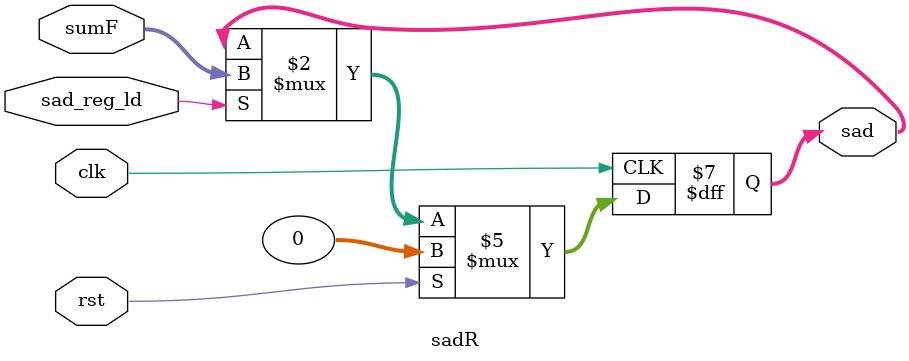
<source format=sv>
module sadR(
	input logic rst,
	input logic clk,
	input logic sad_reg_ld,
	input logic [31:0] sumF,
	output logic [31:0] sad
	);


	always_ff @ (posedge clk)
	begin
		if (rst)
			sad <= '0;
		else if (sad_reg_ld)
			sad <= sumF;
		end

endmodule 
</source>
